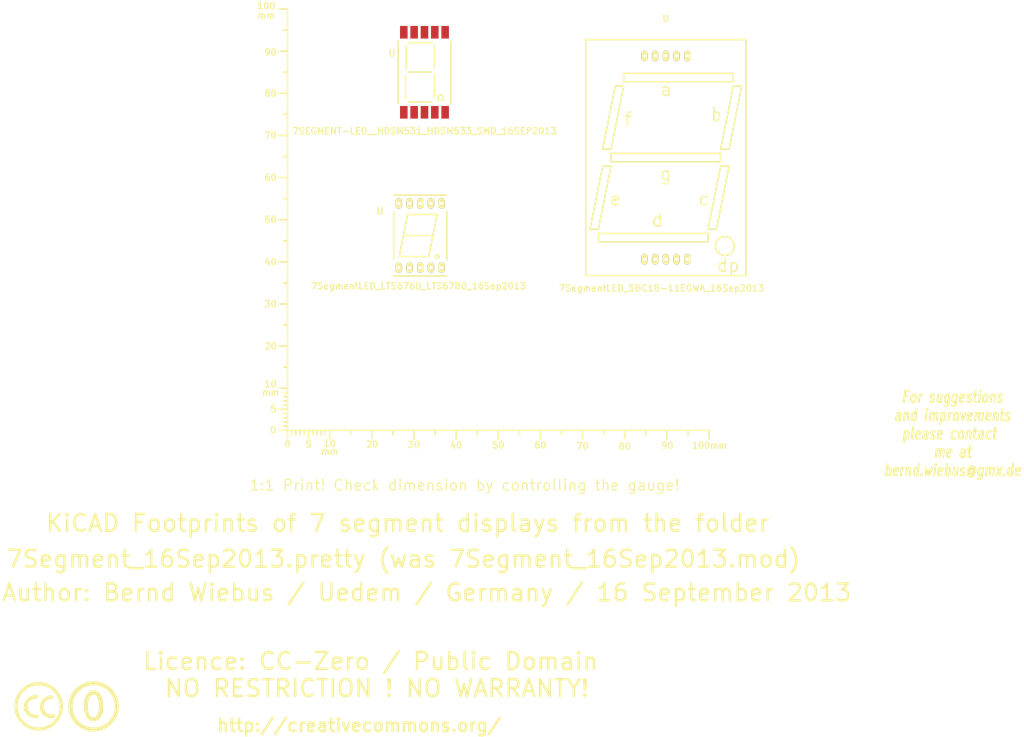
<source format=kicad_pcb>
(kicad_pcb (version 3) (host pcbnew "(2014-02-28 BZR 4727)-product")

  (general
    (links 0)
    (no_connects 0)
    (area -1.617818 22.555699 260.35494 197.9742)
    (thickness 1.6002)
    (drawings 7)
    (tracks 0)
    (zones 0)
    (modules 6)
    (nets 1)
  )

  (page A4)
  (layers
    (15 Vorderseite signal)
    (0 Rückseite signal)
    (16 B.Adhes user)
    (17 F.Adhes user)
    (18 B.Paste user)
    (19 F.Paste user)
    (20 B.SilkS user)
    (21 F.SilkS user)
    (22 B.Mask user)
    (23 F.Mask user)
    (24 Dwgs.User user)
    (25 Cmts.User user)
    (26 Eco1.User user)
    (27 Eco2.User user)
    (28 Edge.Cuts user)
  )

  (setup
    (last_trace_width 0.2032)
    (trace_clearance 0.254)
    (zone_clearance 0.508)
    (zone_45_only no)
    (trace_min 0.2032)
    (segment_width 0.381)
    (edge_width 0.381)
    (via_size 0.889)
    (via_drill 0.635)
    (via_min_size 0.889)
    (via_min_drill 0.508)
    (uvia_size 0.508)
    (uvia_drill 0.127)
    (uvias_allowed no)
    (uvia_min_size 0.508)
    (uvia_min_drill 0.127)
    (pcb_text_width 0.3048)
    (pcb_text_size 1.524 2.032)
    (mod_edge_width 0.381)
    (mod_text_size 1.524 1.524)
    (mod_text_width 0.3048)
    (pad_size 1.8 3)
    (pad_drill 0)
    (pad_to_mask_clearance 0.254)
    (aux_axis_origin 0 0)
    (visible_elements 7FFFFFFF)
    (pcbplotparams
      (layerselection 3178497)
      (usegerberextensions false)
      (excludeedgelayer true)
      (linewidth 0.150000)
      (plotframeref false)
      (viasonmask false)
      (mode 1)
      (useauxorigin false)
      (hpglpennumber 1)
      (hpglpenspeed 20)
      (hpglpendiameter 15)
      (hpglpenoverlay 0)
      (psnegative false)
      (psa4output false)
      (plotreference true)
      (plotvalue true)
      (plotothertext true)
      (plotinvisibletext false)
      (padsonsilk false)
      (subtractmaskfromsilk false)
      (outputformat 2)
      (mirror false)
      (drillshape 0)
      (scaleselection 1)
      (outputdirectory ""))
  )

  (net 0 "")

  (net_class Default "Dies ist die voreingestellte Netzklasse."
    (clearance 0.254)
    (trace_width 0.2032)
    (via_dia 0.889)
    (via_drill 0.635)
    (uvia_dia 0.508)
    (uvia_drill 0.127)
    (add_net "")
  )

  (module Gauge_100mm_Type2_SilkScreenTop_RevA_Date22Jun2010 (layer Vorderseite) (tedit 5339A856) (tstamp 4D88F07A)
    (at 86 123)
    (descr "Gauge, Massstab, 100mm, SilkScreenTop, Type 2,")
    (tags "Gauge, Massstab, 100mm, SilkScreenTop, Type 2,")
    (path Gauge_100mm_Type2_SilkScreenTop_RevA_Date22Jun2010)
    (fp_text reference MSC (at 4.0005 8.99922) (layer F.SilkS) hide
      (effects (font (thickness 0.3048)))
    )
    (fp_text value Gauge_100mm_Type2_SilkScreenTop_RevA_Date22Jun2010 (at 45.9994 8.99922) (layer F.SilkS) hide
      (effects (font (thickness 0.3048)))
    )
    (fp_text user mm (at 9.99998 5.00126) (layer F.SilkS)
      (effects (font (thickness 0.3048)))
    )
    (fp_text user mm (at -4.0005 -8.99922) (layer F.SilkS)
      (effects (font (thickness 0.3048)))
    )
    (fp_text user mm (at -5.00126 -98.5012) (layer F.SilkS)
      (effects (font (thickness 0.3048)))
    )
    (fp_text user 10 (at 10.00506 3.0988) (layer F.SilkS)
      (effects (font (size 1.50114 1.50114) (thickness 0.29972)))
    )
    (fp_text user 0 (at 0.00508 3.19786) (layer F.SilkS)
      (effects (font (size 1.39954 1.50114) (thickness 0.29972)))
    )
    (fp_text user 5 (at 5.0038 3.29946) (layer F.SilkS)
      (effects (font (size 1.50114 1.50114) (thickness 0.29972)))
    )
    (fp_text user 20 (at 20.1041 3.29946) (layer F.SilkS)
      (effects (font (size 1.50114 1.50114) (thickness 0.29972)))
    )
    (fp_text user 30 (at 30.00502 3.39852) (layer F.SilkS)
      (effects (font (size 1.50114 1.50114) (thickness 0.29972)))
    )
    (fp_text user 40 (at 40.005 3.50012) (layer F.SilkS)
      (effects (font (size 1.50114 1.50114) (thickness 0.29972)))
    )
    (fp_text user 50 (at 50.00498 3.50012) (layer F.SilkS)
      (effects (font (size 1.50114 1.50114) (thickness 0.29972)))
    )
    (fp_text user 60 (at 60.00496 3.50012) (layer F.SilkS)
      (effects (font (size 1.50114 1.50114) (thickness 0.29972)))
    )
    (fp_text user 70 (at 70.00494 3.70078) (layer F.SilkS)
      (effects (font (size 1.50114 1.50114) (thickness 0.29972)))
    )
    (fp_text user 80 (at 80.00492 3.79984) (layer F.SilkS)
      (effects (font (size 1.50114 1.50114) (thickness 0.29972)))
    )
    (fp_text user 90 (at 90.1065 3.60172) (layer F.SilkS)
      (effects (font (size 1.50114 1.50114) (thickness 0.29972)))
    )
    (fp_text user 100mm (at 100.10648 3.60172) (layer F.SilkS)
      (effects (font (size 1.50114 1.50114) (thickness 0.29972)))
    )
    (fp_line (start 0 -8.99922) (end -1.00076 -8.99922) (layer F.SilkS) (width 0.381))
    (fp_line (start 0 -8.001) (end -1.00076 -8.001) (layer F.SilkS) (width 0.381))
    (fp_line (start 0 -7.00024) (end -1.00076 -7.00024) (layer F.SilkS) (width 0.381))
    (fp_line (start 0 -5.99948) (end -1.00076 -5.99948) (layer F.SilkS) (width 0.381))
    (fp_line (start 0 -4.0005) (end -1.00076 -4.0005) (layer F.SilkS) (width 0.381))
    (fp_line (start 0 -2.99974) (end -1.00076 -2.99974) (layer F.SilkS) (width 0.381))
    (fp_line (start 0 -1.99898) (end -1.00076 -1.99898) (layer F.SilkS) (width 0.381))
    (fp_line (start 0 -1.00076) (end -1.00076 -1.00076) (layer F.SilkS) (width 0.381))
    (fp_line (start 0 0) (end -1.99898 0) (layer F.SilkS) (width 0.381))
    (fp_line (start 0 -5.00126) (end -1.99898 -5.00126) (layer F.SilkS) (width 0.381))
    (fp_line (start 0 -9.99998) (end -1.99898 -9.99998) (layer F.SilkS) (width 0.381))
    (fp_line (start 0 -15.00124) (end -1.00076 -15.00124) (layer F.SilkS) (width 0.381))
    (fp_line (start 0 -19.99996) (end -1.99898 -19.99996) (layer F.SilkS) (width 0.381))
    (fp_line (start 0 -25.00122) (end -1.00076 -25.00122) (layer F.SilkS) (width 0.381))
    (fp_line (start 0 -29.99994) (end -1.99898 -29.99994) (layer F.SilkS) (width 0.381))
    (fp_line (start 0 -35.0012) (end -1.00076 -35.0012) (layer F.SilkS) (width 0.381))
    (fp_line (start 0 -39.99992) (end -1.99898 -39.99992) (layer F.SilkS) (width 0.381))
    (fp_line (start 0 -45.00118) (end -1.00076 -45.00118) (layer F.SilkS) (width 0.381))
    (fp_line (start 0 -49.9999) (end -1.99898 -49.9999) (layer F.SilkS) (width 0.381))
    (fp_line (start 0 -55.00116) (end -1.00076 -55.00116) (layer F.SilkS) (width 0.381))
    (fp_line (start 0 -59.99988) (end -1.99898 -59.99988) (layer F.SilkS) (width 0.381))
    (fp_line (start 0 -65.00114) (end -1.00076 -65.00114) (layer F.SilkS) (width 0.381))
    (fp_line (start 0 -69.99986) (end -1.99898 -69.99986) (layer F.SilkS) (width 0.381))
    (fp_line (start 0 -75.00112) (end -1.00076 -75.00112) (layer F.SilkS) (width 0.381))
    (fp_line (start 0 -79.99984) (end -1.99898 -79.99984) (layer F.SilkS) (width 0.381))
    (fp_line (start 0 -85.0011) (end -1.00076 -85.0011) (layer F.SilkS) (width 0.381))
    (fp_line (start 0 -89.99982) (end -1.99898 -89.99982) (layer F.SilkS) (width 0.381))
    (fp_line (start 0 -95.00108) (end -1.00076 -95.00108) (layer F.SilkS) (width 0.381))
    (fp_line (start 0 0) (end 0 -99.9998) (layer F.SilkS) (width 0.381))
    (fp_line (start 0 -99.9998) (end -1.99898 -99.9998) (layer F.SilkS) (width 0.381))
    (fp_text user 100 (at -4.99872 -100.7491) (layer F.SilkS)
      (effects (font (size 1.50114 1.50114) (thickness 0.29972)))
    )
    (fp_text user 90 (at -4.0005 -89.7509) (layer F.SilkS)
      (effects (font (size 1.50114 1.50114) (thickness 0.29972)))
    )
    (fp_text user 80 (at -4.0005 -79.99984) (layer F.SilkS)
      (effects (font (size 1.50114 1.50114) (thickness 0.29972)))
    )
    (fp_text user 70 (at -4.0005 -69.99986) (layer F.SilkS)
      (effects (font (size 1.50114 1.50114) (thickness 0.29972)))
    )
    (fp_text user 60 (at -4.0005 -59.99988) (layer F.SilkS)
      (effects (font (size 1.50114 1.50114) (thickness 0.29972)))
    )
    (fp_text user 50 (at -4.0005 -49.9999) (layer F.SilkS)
      (effects (font (size 1.50114 1.50114) (thickness 0.34036)))
    )
    (fp_text user 40 (at -4.0005 -39.99992) (layer F.SilkS)
      (effects (font (size 1.50114 1.50114) (thickness 0.29972)))
    )
    (fp_text user 30 (at -4.0005 -29.99994) (layer F.SilkS)
      (effects (font (size 1.50114 1.50114) (thickness 0.29972)))
    )
    (fp_text user 20 (at -4.0005 -19.99996) (layer F.SilkS)
      (effects (font (size 1.50114 1.50114) (thickness 0.29972)))
    )
    (fp_line (start 95.00108 0) (end 95.00108 1.00076) (layer F.SilkS) (width 0.381))
    (fp_line (start 89.99982 0) (end 89.99982 1.99898) (layer F.SilkS) (width 0.381))
    (fp_line (start 85.0011 0) (end 85.0011 1.00076) (layer F.SilkS) (width 0.381))
    (fp_line (start 79.99984 0) (end 79.99984 1.99898) (layer F.SilkS) (width 0.381))
    (fp_line (start 75.00112 0) (end 75.00112 1.00076) (layer F.SilkS) (width 0.381))
    (fp_line (start 69.99986 0) (end 69.99986 1.99898) (layer F.SilkS) (width 0.381))
    (fp_line (start 65.00114 0) (end 65.00114 1.00076) (layer F.SilkS) (width 0.381))
    (fp_line (start 59.99988 0) (end 59.99988 1.99898) (layer F.SilkS) (width 0.381))
    (fp_line (start 55.00116 0) (end 55.00116 1.00076) (layer F.SilkS) (width 0.381))
    (fp_line (start 49.9999 0) (end 49.9999 1.99898) (layer F.SilkS) (width 0.381))
    (fp_line (start 45.00118 0) (end 45.00118 1.00076) (layer F.SilkS) (width 0.381))
    (fp_line (start 39.99992 0) (end 39.99992 1.99898) (layer F.SilkS) (width 0.381))
    (fp_line (start 35.0012 0) (end 35.0012 1.00076) (layer F.SilkS) (width 0.381))
    (fp_line (start 29.99994 0) (end 29.99994 1.99898) (layer F.SilkS) (width 0.381))
    (fp_line (start 25.00122 0) (end 25.00122 1.00076) (layer F.SilkS) (width 0.381))
    (fp_line (start 19.99996 0) (end 19.99996 1.99898) (layer F.SilkS) (width 0.381))
    (fp_line (start 15.00124 0) (end 15.00124 1.00076) (layer F.SilkS) (width 0.381))
    (fp_line (start 9.99998 0) (end 99.9998 0) (layer F.SilkS) (width 0.381))
    (fp_line (start 99.9998 0) (end 99.9998 1.99898) (layer F.SilkS) (width 0.381))
    (fp_text user 5 (at -3.302 -5.10286) (layer F.SilkS)
      (effects (font (size 1.50114 1.50114) (thickness 0.29972)))
    )
    (fp_text user 0 (at -3.4036 -0.10414) (layer F.SilkS)
      (effects (font (size 1.50114 1.50114) (thickness 0.29972)))
    )
    (fp_text user 10 (at -4.0005 -11.00074) (layer F.SilkS)
      (effects (font (size 1.50114 1.50114) (thickness 0.29972)))
    )
    (fp_line (start 8.99922 0) (end 8.99922 1.00076) (layer F.SilkS) (width 0.381))
    (fp_line (start 8.001 0) (end 8.001 1.00076) (layer F.SilkS) (width 0.381))
    (fp_line (start 7.00024 0) (end 7.00024 1.00076) (layer F.SilkS) (width 0.381))
    (fp_line (start 5.99948 0) (end 5.99948 1.00076) (layer F.SilkS) (width 0.381))
    (fp_line (start 4.0005 0) (end 4.0005 1.00076) (layer F.SilkS) (width 0.381))
    (fp_line (start 2.99974 0) (end 2.99974 1.00076) (layer F.SilkS) (width 0.381))
    (fp_line (start 1.99898 0) (end 1.99898 1.00076) (layer F.SilkS) (width 0.381))
    (fp_line (start 1.00076 0) (end 1.00076 1.00076) (layer F.SilkS) (width 0.381))
    (fp_line (start 5.00126 0) (end 5.00126 1.99898) (layer F.SilkS) (width 0.381))
    (fp_line (start 0 0) (end 0 1.99898) (layer F.SilkS) (width 0.381))
    (fp_line (start 0 0) (end 9.99998 0) (layer F.SilkS) (width 0.381))
    (fp_line (start 9.99998 0) (end 9.99998 1.99898) (layer F.SilkS) (width 0.381))
  )

  (module Symbol_CC-PublicDomain_SilkScreenTop_Big (layer Vorderseite) (tedit 515D641F) (tstamp 515F0B64)
    (at 40 188.5)
    (descr "Symbol, CC-PublicDomain, SilkScreen Top, Big,")
    (tags "Symbol, CC-PublicDomain, SilkScreen Top, Big,")
    (path Symbol_CC-Noncommercial_CopperTop_Big)
    (fp_text reference Sym (at 0.59944 -7.29996) (layer F.SilkS) hide
      (effects (font (thickness 0.3048)))
    )
    (fp_text value Symbol_CC-PublicDomain_SilkScreenTop_Big (at 0.59944 8.001) (layer F.SilkS) hide
      (effects (font (thickness 0.3048)))
    )
    (fp_circle (center 0 0) (end 5.8 -0.05) (layer F.SilkS) (width 0.381))
    (fp_circle (center 0 0) (end 5.5 0) (layer F.SilkS) (width 0.381))
    (fp_circle (center 0.05 0) (end 5.25 0) (layer F.SilkS) (width 0.381))
    (fp_line (start 1.1 -2.5) (end 1.4 -1.9) (layer F.SilkS) (width 0.381))
    (fp_line (start -1.8 1.2) (end -1.6 1.9) (layer F.SilkS) (width 0.381))
    (fp_line (start -1.6 1.9) (end -1.2 2.5) (layer F.SilkS) (width 0.381))
    (fp_line (start 0 -3) (end 0.75 -2.75) (layer F.SilkS) (width 0.381))
    (fp_line (start 0.75 -2.75) (end 1 -2.25) (layer F.SilkS) (width 0.381))
    (fp_line (start 1 -2.25) (end 1.5 -1) (layer F.SilkS) (width 0.381))
    (fp_line (start 1.5 -1) (end 1.5 -0.5) (layer F.SilkS) (width 0.381))
    (fp_line (start 1.5 -0.5) (end 1.5 0.5) (layer F.SilkS) (width 0.381))
    (fp_line (start 1.5 0.5) (end 1.25 1.5) (layer F.SilkS) (width 0.381))
    (fp_line (start 1.25 1.5) (end 0.75 2.5) (layer F.SilkS) (width 0.381))
    (fp_line (start 0.75 2.5) (end 0.25 2.75) (layer F.SilkS) (width 0.381))
    (fp_line (start 0.25 2.75) (end -0.25 2.75) (layer F.SilkS) (width 0.381))
    (fp_line (start -0.25 2.75) (end -0.75 2.5) (layer F.SilkS) (width 0.381))
    (fp_line (start -0.75 2.5) (end -1.25 1.75) (layer F.SilkS) (width 0.381))
    (fp_line (start -1.25 1.75) (end -1.5 0.75) (layer F.SilkS) (width 0.381))
    (fp_line (start -1.5 0.75) (end -1.5 -0.75) (layer F.SilkS) (width 0.381))
    (fp_line (start -1.5 -0.75) (end -1.25 -1.75) (layer F.SilkS) (width 0.381))
    (fp_line (start -1.25 -1.75) (end -1 -2.5) (layer F.SilkS) (width 0.381))
    (fp_line (start -1 -2.5) (end -0.3 -2.9) (layer F.SilkS) (width 0.381))
    (fp_line (start -0.3 -2.9) (end 0.2 -3) (layer F.SilkS) (width 0.381))
    (fp_line (start 0.2 -3) (end 0.8 -3) (layer F.SilkS) (width 0.381))
    (fp_line (start 0.8 -3) (end 1.4 -2.3) (layer F.SilkS) (width 0.381))
    (fp_line (start 1.4 -2.3) (end 1.6 -1.4) (layer F.SilkS) (width 0.381))
    (fp_line (start 1.6 -1.4) (end 1.7 -0.3) (layer F.SilkS) (width 0.381))
    (fp_line (start 1.7 -0.3) (end 1.7 0.9) (layer F.SilkS) (width 0.381))
    (fp_line (start 1.7 0.9) (end 1.4 1.8) (layer F.SilkS) (width 0.381))
    (fp_line (start 1.4 1.8) (end 1 2.7) (layer F.SilkS) (width 0.381))
    (fp_line (start 1 2.7) (end 0.5 3) (layer F.SilkS) (width 0.381))
    (fp_line (start 0.5 3) (end -0.4 3) (layer F.SilkS) (width 0.381))
    (fp_line (start -0.4 3) (end -1.3 2.3) (layer F.SilkS) (width 0.381))
    (fp_line (start -1.3 2.3) (end -1.7 1) (layer F.SilkS) (width 0.381))
    (fp_line (start -1.7 1) (end -1.8 -0.7) (layer F.SilkS) (width 0.381))
    (fp_line (start -1.8 -0.7) (end -1.4 -2.2) (layer F.SilkS) (width 0.381))
    (fp_line (start -1.4 -2.2) (end -1 -2.9) (layer F.SilkS) (width 0.381))
    (fp_line (start -1 -2.9) (end -0.2 -3.3) (layer F.SilkS) (width 0.381))
    (fp_line (start -0.2 -3.3) (end 0.7 -3.2) (layer F.SilkS) (width 0.381))
    (fp_line (start 0.7 -3.2) (end 1.3 -3.1) (layer F.SilkS) (width 0.381))
    (fp_line (start 1.3 -3.1) (end 1.7 -2.4) (layer F.SilkS) (width 0.381))
    (fp_line (start 1.7 -2.4) (end 2 -1.6) (layer F.SilkS) (width 0.381))
    (fp_line (start 2 -1.6) (end 2.1 -0.6) (layer F.SilkS) (width 0.381))
    (fp_line (start 2.1 -0.6) (end 2.1 0.3) (layer F.SilkS) (width 0.381))
    (fp_line (start 2.1 0.3) (end 2.1 1.3) (layer F.SilkS) (width 0.381))
    (fp_line (start 2.1 1.3) (end 1.9 1.8) (layer F.SilkS) (width 0.381))
    (fp_line (start 1.9 1.8) (end 1.5 2.6) (layer F.SilkS) (width 0.381))
    (fp_line (start 1.5 2.6) (end 1.1 3) (layer F.SilkS) (width 0.381))
    (fp_line (start 1.1 3) (end 0.4 3.3) (layer F.SilkS) (width 0.381))
    (fp_line (start 0.4 3.3) (end -0.1 3.4) (layer F.SilkS) (width 0.381))
    (fp_line (start -0.1 3.4) (end -0.8 3.2) (layer F.SilkS) (width 0.381))
    (fp_line (start -0.8 3.2) (end -1.5 2.6) (layer F.SilkS) (width 0.381))
    (fp_line (start -1.5 2.6) (end -1.9 1.7) (layer F.SilkS) (width 0.381))
    (fp_line (start -1.9 1.7) (end -2.1 0.4) (layer F.SilkS) (width 0.381))
    (fp_line (start -2.1 0.4) (end -2.1 -0.6) (layer F.SilkS) (width 0.381))
    (fp_line (start -2.1 -0.6) (end -2 -1.6) (layer F.SilkS) (width 0.381))
    (fp_line (start -2 -1.6) (end -1.7 -2.4) (layer F.SilkS) (width 0.381))
    (fp_line (start -1.7 -2.4) (end -1.2 -3.1) (layer F.SilkS) (width 0.381))
    (fp_line (start -1.2 -3.1) (end -0.4 -3.6) (layer F.SilkS) (width 0.381))
    (fp_line (start -0.4 -3.6) (end 0.4 -3.6) (layer F.SilkS) (width 0.381))
    (fp_line (start 0.4 -3.6) (end 1.1 -3.2) (layer F.SilkS) (width 0.381))
    (fp_line (start 1.1 -3.2) (end 1.1 -2.9) (layer F.SilkS) (width 0.381))
    (fp_line (start 1.1 -2.9) (end 1.8 -1.5) (layer F.SilkS) (width 0.381))
    (fp_line (start 1.8 -1.5) (end 1.8 -0.4) (layer F.SilkS) (width 0.381))
    (fp_line (start 1.8 -0.4) (end 1.8 1.1) (layer F.SilkS) (width 0.381))
    (fp_line (start 1.8 1.1) (end 1.2 2.6) (layer F.SilkS) (width 0.381))
    (fp_line (start 1.2 2.6) (end 0.2 3.2) (layer F.SilkS) (width 0.381))
    (fp_line (start 0.2 3.2) (end -0.5 3.2) (layer F.SilkS) (width 0.381))
    (fp_line (start -0.5 3.2) (end -1.1 2.7) (layer F.SilkS) (width 0.381))
    (fp_line (start -1.1 2.7) (end -1.9 0.6) (layer F.SilkS) (width 0.381))
    (fp_line (start -1.9 0.6) (end -1.7 -1.9) (layer F.SilkS) (width 0.381))
  )

  (module Symbol_CreativeCommons_SilkScreenTop_Type2_Big (layer Vorderseite) (tedit 515D640C) (tstamp 515D6AF0)
    (at 27 188.5)
    (descr "Symbol, Creative Commons, SilkScreen Top, Type 2, Big,")
    (tags "Symbol, Creative Commons, SilkScreen Top, Type 2, Big,")
    (path Symbol_CreativeCommons_CopperTop_Type2_Big)
    (fp_text reference Sym (at 0.59944 -7.29996) (layer F.SilkS) hide
      (effects (font (thickness 0.3048)))
    )
    (fp_text value Symbol_CreativeCommons_Typ2_SilkScreenTop_Big (at 0.59944 8.001) (layer F.SilkS) hide
      (effects (font (thickness 0.3048)))
    )
    (fp_line (start -0.70104 2.70002) (end -0.29972 2.60096) (layer F.SilkS) (width 0.381))
    (fp_line (start -0.29972 2.60096) (end -0.20066 2.10058) (layer F.SilkS) (width 0.381))
    (fp_line (start -2.49936 -1.69926) (end -2.70002 -1.6002) (layer F.SilkS) (width 0.381))
    (fp_line (start -2.70002 -1.6002) (end -3.0988 -1.00076) (layer F.SilkS) (width 0.381))
    (fp_line (start -3.0988 -1.00076) (end -3.29946 -0.50038) (layer F.SilkS) (width 0.381))
    (fp_line (start -3.29946 -0.50038) (end -3.40106 0.39878) (layer F.SilkS) (width 0.381))
    (fp_line (start -3.40106 0.39878) (end -3.29946 0.89916) (layer F.SilkS) (width 0.381))
    (fp_line (start -0.19812 2.4003) (end -0.29718 2.59842) (layer F.SilkS) (width 0.381))
    (fp_line (start 3.70078 2.10058) (end 3.79984 2.4003) (layer F.SilkS) (width 0.381))
    (fp_line (start 2.99974 -2.4003) (end 3.29946 -2.30124) (layer F.SilkS) (width 0.381))
    (fp_line (start 3.29946 -2.30124) (end 3.0988 -1.99898) (layer F.SilkS) (width 0.381))
    (fp_line (start 0 -5.40004) (end -0.50038 -5.40004) (layer F.SilkS) (width 0.381))
    (fp_line (start -0.50038 -5.40004) (end -1.30048 -5.10032) (layer F.SilkS) (width 0.381))
    (fp_line (start -1.30048 -5.10032) (end -1.99898 -4.89966) (layer F.SilkS) (width 0.381))
    (fp_line (start -1.99898 -4.89966) (end -2.70002 -4.699) (layer F.SilkS) (width 0.381))
    (fp_line (start -2.70002 -4.699) (end -3.29946 -4.20116) (layer F.SilkS) (width 0.381))
    (fp_line (start -3.29946 -4.20116) (end -4.0005 -3.59918) (layer F.SilkS) (width 0.381))
    (fp_line (start -4.0005 -3.59918) (end -4.50088 -2.99974) (layer F.SilkS) (width 0.381))
    (fp_line (start -4.50088 -2.99974) (end -5.00126 -2.10058) (layer F.SilkS) (width 0.381))
    (fp_line (start -5.00126 -2.10058) (end -5.30098 -1.09982) (layer F.SilkS) (width 0.381))
    (fp_line (start -5.30098 -1.09982) (end -5.40004 0.09906) (layer F.SilkS) (width 0.381))
    (fp_line (start -5.40004 0.09906) (end -5.19938 1.30048) (layer F.SilkS) (width 0.381))
    (fp_line (start -5.19938 1.30048) (end -4.8006 2.4003) (layer F.SilkS) (width 0.381))
    (fp_line (start -4.8006 2.4003) (end -3.79984 3.8989) (layer F.SilkS) (width 0.381))
    (fp_line (start -3.79984 3.8989) (end -2.60096 4.8006) (layer F.SilkS) (width 0.381))
    (fp_line (start -2.60096 4.8006) (end -1.30048 5.30098) (layer F.SilkS) (width 0.381))
    (fp_line (start -1.30048 5.30098) (end 0.09906 5.30098) (layer F.SilkS) (width 0.381))
    (fp_line (start 0.09906 5.30098) (end 1.6002 5.19938) (layer F.SilkS) (width 0.381))
    (fp_line (start 1.6002 5.19938) (end 2.60096 4.699) (layer F.SilkS) (width 0.381))
    (fp_line (start 2.60096 4.699) (end 4.20116 3.40106) (layer F.SilkS) (width 0.381))
    (fp_line (start 4.20116 3.40106) (end 5.00126 1.80086) (layer F.SilkS) (width 0.381))
    (fp_line (start 5.00126 1.80086) (end 5.40004 0.29972) (layer F.SilkS) (width 0.381))
    (fp_line (start 5.40004 0.29972) (end 5.19938 -1.39954) (layer F.SilkS) (width 0.381))
    (fp_line (start 5.19938 -1.39954) (end 4.699 -2.49936) (layer F.SilkS) (width 0.381))
    (fp_line (start 4.699 -2.49936) (end 3.40106 -4.09956) (layer F.SilkS) (width 0.381))
    (fp_line (start 3.40106 -4.09956) (end 2.4003 -4.8006) (layer F.SilkS) (width 0.381))
    (fp_line (start 2.4003 -4.8006) (end 1.39954 -5.19938) (layer F.SilkS) (width 0.381))
    (fp_line (start 1.39954 -5.19938) (end 0 -5.30098) (layer F.SilkS) (width 0.381))
    (fp_line (start 0.60198 -0.70104) (end 0.50292 -0.20066) (layer F.SilkS) (width 0.381))
    (fp_line (start 0.50292 -0.20066) (end 0.50292 0.49784) (layer F.SilkS) (width 0.381))
    (fp_line (start 0.50292 0.49784) (end 0.60198 1.09982) (layer F.SilkS) (width 0.381))
    (fp_line (start 0.60198 1.09982) (end 1.00076 1.69926) (layer F.SilkS) (width 0.381))
    (fp_line (start 1.00076 1.69926) (end 1.50114 2.19964) (layer F.SilkS) (width 0.381))
    (fp_line (start 1.50114 2.19964) (end 2.10058 2.49936) (layer F.SilkS) (width 0.381))
    (fp_line (start 2.10058 2.49936) (end 2.60096 2.59842) (layer F.SilkS) (width 0.381))
    (fp_line (start 2.60096 2.59842) (end 3.00228 2.59842) (layer F.SilkS) (width 0.381))
    (fp_line (start 3.00228 2.59842) (end 3.40106 2.59842) (layer F.SilkS) (width 0.381))
    (fp_line (start 3.40106 2.59842) (end 3.80238 2.49936) (layer F.SilkS) (width 0.381))
    (fp_line (start 3.80238 2.49936) (end 3.70078 2.2987) (layer F.SilkS) (width 0.381))
    (fp_line (start 3.70078 2.2987) (end 2.80162 2.4003) (layer F.SilkS) (width 0.381))
    (fp_line (start 2.80162 2.4003) (end 1.80086 2.09804) (layer F.SilkS) (width 0.381))
    (fp_line (start 1.80086 2.09804) (end 1.20142 1.6002) (layer F.SilkS) (width 0.381))
    (fp_line (start 1.20142 1.6002) (end 0.80264 0.6985) (layer F.SilkS) (width 0.381))
    (fp_line (start 0.80264 0.6985) (end 0.70104 -0.29972) (layer F.SilkS) (width 0.381))
    (fp_line (start 0.70104 -0.29972) (end 1.00076 -1.00076) (layer F.SilkS) (width 0.381))
    (fp_line (start 1.00076 -1.00076) (end 1.60274 -1.7018) (layer F.SilkS) (width 0.381))
    (fp_line (start 1.60274 -1.7018) (end 2.30124 -2.10058) (layer F.SilkS) (width 0.381))
    (fp_line (start 2.30124 -2.10058) (end 3.00228 -2.10058) (layer F.SilkS) (width 0.381))
    (fp_line (start 3.00228 -2.10058) (end 3.10134 -1.89992) (layer F.SilkS) (width 0.381))
    (fp_line (start 3.10134 -1.89992) (end 2.5019 -1.89992) (layer F.SilkS) (width 0.381))
    (fp_line (start 2.5019 -1.89992) (end 1.80086 -1.6002) (layer F.SilkS) (width 0.381))
    (fp_line (start 1.80086 -1.6002) (end 1.30048 -1.00076) (layer F.SilkS) (width 0.381))
    (fp_line (start 1.30048 -1.00076) (end 1.00076 -0.40132) (layer F.SilkS) (width 0.381))
    (fp_line (start 1.00076 -0.40132) (end 1.00076 0.09906) (layer F.SilkS) (width 0.381))
    (fp_line (start 1.00076 0.09906) (end 1.00076 0.6985) (layer F.SilkS) (width 0.381))
    (fp_line (start 1.00076 0.6985) (end 1.30048 1.19888) (layer F.SilkS) (width 0.381))
    (fp_line (start 1.30048 1.19888) (end 1.7018 1.69926) (layer F.SilkS) (width 0.381))
    (fp_line (start 1.7018 1.69926) (end 2.30124 1.99898) (layer F.SilkS) (width 0.381))
    (fp_line (start 2.30124 1.99898) (end 2.90068 2.09804) (layer F.SilkS) (width 0.381))
    (fp_line (start 2.90068 2.09804) (end 3.40106 2.09804) (layer F.SilkS) (width 0.381))
    (fp_line (start 3.40106 2.09804) (end 3.70078 1.99898) (layer F.SilkS) (width 0.381))
    (fp_line (start 3.00228 -2.4003) (end 2.40284 -2.4003) (layer F.SilkS) (width 0.381))
    (fp_line (start 2.40284 -2.4003) (end 2.00152 -2.20218) (layer F.SilkS) (width 0.381))
    (fp_line (start 2.00152 -2.20218) (end 1.50114 -2.00152) (layer F.SilkS) (width 0.381))
    (fp_line (start 1.50114 -2.00152) (end 1.10236 -1.6002) (layer F.SilkS) (width 0.381))
    (fp_line (start 1.10236 -1.6002) (end 0.80264 -1.09982) (layer F.SilkS) (width 0.381))
    (fp_line (start 0.80264 -1.09982) (end 0.60198 -0.70104) (layer F.SilkS) (width 0.381))
    (fp_line (start -0.39878 -1.99898) (end -0.89916 -1.99898) (layer F.SilkS) (width 0.381))
    (fp_line (start -0.89916 -1.99898) (end -1.39954 -1.89738) (layer F.SilkS) (width 0.381))
    (fp_line (start -1.39954 -1.89738) (end -1.89992 -1.59766) (layer F.SilkS) (width 0.381))
    (fp_line (start -1.89992 -1.59766) (end -2.4003 -1.19888) (layer F.SilkS) (width 0.381))
    (fp_line (start -2.4003 -1.30048) (end -2.70002 -0.8001) (layer F.SilkS) (width 0.381))
    (fp_line (start -2.70002 -0.8001) (end -2.79908 -0.29972) (layer F.SilkS) (width 0.381))
    (fp_line (start -2.79908 -0.29972) (end -2.79908 0.20066) (layer F.SilkS) (width 0.381))
    (fp_line (start -2.79908 0.20066) (end -2.59842 1.00076) (layer F.SilkS) (width 0.381))
    (fp_line (start -2.69748 1.00076) (end -2.39776 1.39954) (layer F.SilkS) (width 0.381))
    (fp_line (start -2.29616 1.4986) (end -1.79578 1.89992) (layer F.SilkS) (width 0.381))
    (fp_line (start -1.79578 1.89992) (end -1.29794 2.09804) (layer F.SilkS) (width 0.381))
    (fp_line (start -1.29794 2.09804) (end -0.89662 2.19964) (layer F.SilkS) (width 0.381))
    (fp_line (start -0.89662 2.19964) (end -0.49784 2.19964) (layer F.SilkS) (width 0.381))
    (fp_line (start -0.49784 2.19964) (end -0.19812 2.09804) (layer F.SilkS) (width 0.381))
    (fp_line (start -0.19812 2.09804) (end -0.29718 2.4003) (layer F.SilkS) (width 0.381))
    (fp_line (start -0.29718 2.4003) (end -0.89662 2.49936) (layer F.SilkS) (width 0.381))
    (fp_line (start -0.89662 2.49936) (end -1.59766 2.2987) (layer F.SilkS) (width 0.381))
    (fp_line (start -1.59766 2.2987) (end -2.29616 1.79832) (layer F.SilkS) (width 0.381))
    (fp_line (start -2.29616 1.79832) (end -2.79654 1.29794) (layer F.SilkS) (width 0.381))
    (fp_line (start -2.79908 1.39954) (end -2.99974 0.70104) (layer F.SilkS) (width 0.381))
    (fp_line (start -2.99974 0.70104) (end -3.0988 0) (layer F.SilkS) (width 0.381))
    (fp_line (start -3.0988 0) (end -2.99974 -0.59944) (layer F.SilkS) (width 0.381))
    (fp_line (start -2.99974 -0.8001) (end -2.70002 -1.30048) (layer F.SilkS) (width 0.381))
    (fp_line (start -2.70002 -1.09982) (end -2.19964 -1.6002) (layer F.SilkS) (width 0.381))
    (fp_line (start -2.19964 -1.69926) (end -1.69926 -1.99898) (layer F.SilkS) (width 0.381))
    (fp_line (start -1.69926 -1.99898) (end -1.19888 -2.19964) (layer F.SilkS) (width 0.381))
    (fp_line (start -1.19888 -2.19964) (end -0.6985 -2.19964) (layer F.SilkS) (width 0.381))
    (fp_line (start -0.6985 -2.19964) (end -0.29972 -2.19964) (layer F.SilkS) (width 0.381))
    (fp_line (start -0.29972 -2.19964) (end -0.20066 -2.39776) (layer F.SilkS) (width 0.381))
    (fp_line (start -0.20066 -2.39776) (end -0.59944 -2.49936) (layer F.SilkS) (width 0.381))
    (fp_line (start -0.59944 -2.49936) (end -1.00076 -2.49936) (layer F.SilkS) (width 0.381))
    (fp_line (start -1.00076 -2.49936) (end -1.4986 -2.39776) (layer F.SilkS) (width 0.381))
    (fp_line (start -1.4986 -2.39776) (end -2.10058 -2.09804) (layer F.SilkS) (width 0.381))
    (fp_line (start -2.10058 -2.09804) (end -2.59842 -1.69926) (layer F.SilkS) (width 0.381))
    (fp_line (start -2.59842 -1.6002) (end -3.0988 -0.89916) (layer F.SilkS) (width 0.381))
    (fp_line (start -3.0988 -0.89916) (end -3.29946 -0.29972) (layer F.SilkS) (width 0.381))
    (fp_line (start -3.29946 -0.29972) (end -3.29946 0.40132) (layer F.SilkS) (width 0.381))
    (fp_line (start -3.29946 0.40132) (end -3.2004 1.00076) (layer F.SilkS) (width 0.381))
    (fp_line (start -3.29946 0.8001) (end -2.99974 1.39954) (layer F.SilkS) (width 0.381))
    (fp_line (start -2.89814 1.4986) (end -2.49682 1.99898) (layer F.SilkS) (width 0.381))
    (fp_line (start -2.49682 1.99898) (end -1.89738 2.4003) (layer F.SilkS) (width 0.381))
    (fp_line (start -1.89738 2.4003) (end -1.19634 2.59842) (layer F.SilkS) (width 0.381))
    (fp_line (start -1.19634 2.59842) (end -0.69596 2.70002) (layer F.SilkS) (width 0.381))
    (fp_line (start -2.9972 1.19888) (end -2.59842 1.19888) (layer F.SilkS) (width 0.381))
    (fp_circle (center 0 0) (end 5.08 1.016) (layer F.SilkS) (width 0.381))
    (fp_circle (center 0 0) (end 5.588 0) (layer F.SilkS) (width 0.381))
  )

  (module 7SegmentLED_LTS6760_LTS6780_16Sep2013 (layer Vorderseite) (tedit 523F1F3E) (tstamp 523F20EE)
    (at 117.5 76.75)
    (fp_text reference U (at -9.5 -5.8) (layer F.SilkS)
      (effects (font (thickness 0.3048)))
    )
    (fp_text value 7SegmentLED_LTS6760_LTS6780_16Sep2013 (at -0.4 12) (layer F.SilkS)
      (effects (font (thickness 0.3048)))
    )
    (fp_circle (center 4 5) (end 4.4 5.2) (layer F.SilkS) (width 0.381))
    (fp_line (start -3 -5) (end -4 0) (layer F.SilkS) (width 0.381))
    (fp_line (start -4 0) (end -5 5) (layer F.SilkS) (width 0.381))
    (fp_line (start -5 5) (end 2 5) (layer F.SilkS) (width 0.381))
    (fp_line (start 2 5) (end 3 0) (layer F.SilkS) (width 0.381))
    (fp_line (start 4 -5) (end 3 0) (layer F.SilkS) (width 0.381))
    (fp_line (start 3 0) (end -4 0) (layer F.SilkS) (width 0.381))
    (fp_line (start -3 -5) (end 4 -5) (layer F.SilkS) (width 0.381))
    (fp_line (start 6.3 9.6) (end -6.3 9.6) (layer F.SilkS) (width 0.381))
    (fp_line (start -6.3 -5.7) (end -6.3 5.7) (layer F.SilkS) (width 0.381))
    (fp_line (start 6.3 -5.7) (end 6.3 5.7) (layer F.SilkS) (width 0.381))
    (fp_line (start -6.3 -9.6) (end 6.3 -9.6) (layer F.SilkS) (width 0.381))
    (pad 1 thru_hole oval (at -5.08 7.62) (size 1.524 2.524) (drill 0.8) (layers *.Cu *.Mask F.SilkS))
    (pad 2 thru_hole oval (at -2.54 7.62) (size 1.524 2.524) (drill 0.8) (layers *.Cu *.Mask F.SilkS))
    (pad 3 thru_hole oval (at 0 7.62) (size 1.524 2.524) (drill 0.8) (layers *.Cu *.Mask F.SilkS))
    (pad 4 thru_hole oval (at 2.54 7.62) (size 1.524 2.524) (drill 0.8) (layers *.Cu *.Mask F.SilkS))
    (pad 5 thru_hole oval (at 5.08 7.62) (size 1.524 2.524) (drill 0.8) (layers *.Cu *.Mask F.SilkS))
    (pad 6 thru_hole oval (at 5.08 -7.62) (size 1.524 2.524) (drill 0.8) (layers *.Cu *.Mask F.SilkS))
    (pad 7 thru_hole oval (at 2.54 -7.62) (size 1.524 2.524) (drill 0.8) (layers *.Cu *.Mask F.SilkS))
    (pad 8 thru_hole oval (at 0 -7.62) (size 1.524 2.524) (drill 0.8) (layers *.Cu *.Mask F.SilkS))
    (pad 9 thru_hole oval (at -2.54 -7.62) (size 1.524 2.524) (drill 0.8) (layers *.Cu *.Mask F.SilkS))
    (pad 10 thru_hole oval (at -5.08 -7.62) (size 1.524 2.524) (drill 0.8) (layers *.Cu *.Mask F.SilkS))
    (model 7Segment_HDSM531_HDSM533_Wings3D_RevA_17Sep2013/7Segment_LTS6760_LTS6780_Faktor03937_Wings3D_RevA_22Sep2013.wrl
      (at (xyz 0 0 0))
      (scale (xyz 0.3937 0.3937 0.3937))
      (rotate (xyz 0 0 0))
    )
  )

  (module 7SegmentLED_SBC18-11EGWA_16Sep2013 (layer Vorderseite) (tedit 523F269A) (tstamp 523F2BE5)
    (at 175.75 58.25)
    (fp_text reference U (at 0 -33) (layer F.SilkS)
      (effects (font (thickness 0.3048)))
    )
    (fp_text value 7SegmentLED_SBC18-11EGWA_16Sep2013 (at -1 31) (layer F.SilkS)
      (effects (font (thickness 0.3048)))
    )
    (fp_line (start 15.5 25.3) (end 15.9 25) (layer F.SilkS) (width 0.381))
    (fp_line (start 15.9 25) (end 16.3 25) (layer F.SilkS) (width 0.381))
    (fp_line (start 16.3 25) (end 16.6 25.1) (layer F.SilkS) (width 0.381))
    (fp_line (start 16.6 25.1) (end 16.9 25.5) (layer F.SilkS) (width 0.381))
    (fp_line (start 16.9 25.5) (end 16.9 26.4) (layer F.SilkS) (width 0.381))
    (fp_line (start 16.9 26.4) (end 16.8 26.7) (layer F.SilkS) (width 0.381))
    (fp_line (start 16.8 26.7) (end 16.6 26.9) (layer F.SilkS) (width 0.381))
    (fp_line (start 16.6 26.9) (end 16.1 27) (layer F.SilkS) (width 0.381))
    (fp_line (start 16.1 27) (end 15.6 26.9) (layer F.SilkS) (width 0.381))
    (fp_line (start 15.5 25) (end 15.5 28) (layer F.SilkS) (width 0.381))
    (fp_line (start 14.1 26.8) (end 13.9 26.9) (layer F.SilkS) (width 0.381))
    (fp_line (start 13.9 26.9) (end 13.2 26.9) (layer F.SilkS) (width 0.381))
    (fp_line (start 13.2 26.9) (end 12.9 26.8) (layer F.SilkS) (width 0.381))
    (fp_line (start 12.9 26.8) (end 12.7 26.5) (layer F.SilkS) (width 0.381))
    (fp_line (start 12.7 26.5) (end 12.7 25.6) (layer F.SilkS) (width 0.381))
    (fp_line (start 12.7 25.6) (end 12.8 25.3) (layer F.SilkS) (width 0.381))
    (fp_line (start 12.8 25.3) (end 13.2 25) (layer F.SilkS) (width 0.381))
    (fp_line (start 13.2 25) (end 13.7 25) (layer F.SilkS) (width 0.381))
    (fp_line (start 13.7 25) (end 14.1 25.2) (layer F.SilkS) (width 0.381))
    (fp_line (start 14.1 24) (end 14.1 27.1) (layer F.SilkS) (width 0.381))
    (fp_line (start 0.6 3.4) (end 0.4 3.2) (layer F.SilkS) (width 0.381))
    (fp_line (start 0.4 3.2) (end -0.1 3.2) (layer F.SilkS) (width 0.381))
    (fp_line (start -0.1 3.2) (end -0.4 3.3) (layer F.SilkS) (width 0.381))
    (fp_line (start -0.4 3.3) (end -0.7 3.6) (layer F.SilkS) (width 0.381))
    (fp_line (start -0.7 3.6) (end -0.8 4) (layer F.SilkS) (width 0.381))
    (fp_line (start -0.8 4) (end -0.8 4.7) (layer F.SilkS) (width 0.381))
    (fp_line (start -0.8 4.7) (end -0.5 5) (layer F.SilkS) (width 0.381))
    (fp_line (start -0.5 5) (end -0.2 5.2) (layer F.SilkS) (width 0.381))
    (fp_line (start -0.2 5.2) (end 0.2 5.2) (layer F.SilkS) (width 0.381))
    (fp_line (start 0.2 5.2) (end 0.6 5) (layer F.SilkS) (width 0.381))
    (fp_line (start -0.7 6) (end -0.4 6.2) (layer F.SilkS) (width 0.381))
    (fp_line (start -0.4 6.2) (end 0.1 6.2) (layer F.SilkS) (width 0.381))
    (fp_line (start 0.1 6.2) (end 0.4 6) (layer F.SilkS) (width 0.381))
    (fp_line (start 0.4 6) (end 0.6 5.7) (layer F.SilkS) (width 0.381))
    (fp_line (start 0.6 5.7) (end 0.6 3.2) (layer F.SilkS) (width 0.381))
    (fp_line (start -9.6 -9.8) (end -8.4 -9.8) (layer F.SilkS) (width 0.381))
    (fp_line (start -8.4 -10.8) (end -8.7 -10.8) (layer F.SilkS) (width 0.381))
    (fp_line (start -8.7 -10.8) (end -8.9 -10.7) (layer F.SilkS) (width 0.381))
    (fp_line (start -8.9 -10.7) (end -9.1 -10.4) (layer F.SilkS) (width 0.381))
    (fp_line (start -9.1 -10.4) (end -9.1 -7.8) (layer F.SilkS) (width 0.381))
    (fp_line (start -11.4 11) (end -11.7 11.2) (layer F.SilkS) (width 0.381))
    (fp_line (start -11.7 11.2) (end -12.2 11.2) (layer F.SilkS) (width 0.381))
    (fp_line (start -12.2 11.2) (end -12.5 11.1) (layer F.SilkS) (width 0.381))
    (fp_line (start -12.5 11.1) (end -12.7 10.9) (layer F.SilkS) (width 0.381))
    (fp_line (start -12.7 10.9) (end -12.7 9.8) (layer F.SilkS) (width 0.381))
    (fp_line (start -12.7 9.8) (end -12.6 9.4) (layer F.SilkS) (width 0.381))
    (fp_line (start -12.6 9.4) (end -12.3 9.2) (layer F.SilkS) (width 0.381))
    (fp_line (start -12.3 9.2) (end -11.8 9.2) (layer F.SilkS) (width 0.381))
    (fp_line (start -11.8 9.2) (end -11.5 9.3) (layer F.SilkS) (width 0.381))
    (fp_line (start -11.5 9.3) (end -11.3 9.6) (layer F.SilkS) (width 0.381))
    (fp_line (start -11.3 9.6) (end -11.3 9.9) (layer F.SilkS) (width 0.381))
    (fp_line (start -11.3 9.9) (end -12.7 10.2) (layer F.SilkS) (width 0.381))
    (fp_line (start -1.3 16) (end -1.6 16.2) (layer F.SilkS) (width 0.381))
    (fp_line (start -1.6 16.2) (end -2.1 16.2) (layer F.SilkS) (width 0.381))
    (fp_line (start -2.1 16.2) (end -2.5 16.1) (layer F.SilkS) (width 0.381))
    (fp_line (start -2.5 16.1) (end -2.8 15.7) (layer F.SilkS) (width 0.381))
    (fp_line (start -2.8 15.7) (end -2.8 14.9) (layer F.SilkS) (width 0.381))
    (fp_line (start -2.8 14.9) (end -2.6 14.5) (layer F.SilkS) (width 0.381))
    (fp_line (start -2.6 14.5) (end -2.3 14.2) (layer F.SilkS) (width 0.381))
    (fp_line (start -2.3 14.2) (end -1.7 14.2) (layer F.SilkS) (width 0.381))
    (fp_line (start -1.7 14.2) (end -1.3 14.5) (layer F.SilkS) (width 0.381))
    (fp_line (start -1.3 13.3) (end -1.3 16.3) (layer F.SilkS) (width 0.381))
    (fp_line (start 9.8 9.4) (end 9.6 9.3) (layer F.SilkS) (width 0.381))
    (fp_line (start 9.6 9.3) (end 9.2 9.2) (layer F.SilkS) (width 0.381))
    (fp_line (start 9.2 9.2) (end 8.9 9.2) (layer F.SilkS) (width 0.381))
    (fp_line (start 8.9 9.2) (end 8.5 9.4) (layer F.SilkS) (width 0.381))
    (fp_line (start 8.5 9.4) (end 8.3 9.8) (layer F.SilkS) (width 0.381))
    (fp_line (start 8.3 9.8) (end 8.3 10.6) (layer F.SilkS) (width 0.381))
    (fp_line (start 8.3 10.6) (end 8.4 10.9) (layer F.SilkS) (width 0.381))
    (fp_line (start 8.4 10.9) (end 8.7 11.1) (layer F.SilkS) (width 0.381))
    (fp_line (start 8.7 11.1) (end 9.3 11.2) (layer F.SilkS) (width 0.381))
    (fp_line (start 9.3 11.2) (end 9.7 11) (layer F.SilkS) (width 0.381))
    (fp_line (start 11.4 -9.1) (end 11.6 -8.8) (layer F.SilkS) (width 0.381))
    (fp_line (start 11.6 -8.8) (end 12.1 -8.8) (layer F.SilkS) (width 0.381))
    (fp_line (start 12.1 -8.8) (end 12.4 -8.9) (layer F.SilkS) (width 0.381))
    (fp_line (start 12.4 -8.9) (end 12.7 -9.3) (layer F.SilkS) (width 0.381))
    (fp_line (start 12.7 -9.3) (end 12.7 -10.2) (layer F.SilkS) (width 0.381))
    (fp_line (start 12.7 -10.2) (end 12.6 -10.5) (layer F.SilkS) (width 0.381))
    (fp_line (start 12.6 -10.5) (end 12.3 -10.7) (layer F.SilkS) (width 0.381))
    (fp_line (start 12.3 -10.7) (end 11.8 -10.8) (layer F.SilkS) (width 0.381))
    (fp_line (start 11.8 -10.8) (end 11.5 -10.7) (layer F.SilkS) (width 0.381))
    (fp_line (start 11.4 -11.8) (end 11.4 -8.8) (layer F.SilkS) (width 0.381))
    (fp_line (start 0.7 -15) (end 0.4 -14.8) (layer F.SilkS) (width 0.381))
    (fp_line (start 0.4 -14.8) (end -0.2 -14.8) (layer F.SilkS) (width 0.381))
    (fp_line (start -0.2 -14.8) (end -0.6 -14.9) (layer F.SilkS) (width 0.381))
    (fp_line (start -0.6 -14.9) (end -0.7 -15.1) (layer F.SilkS) (width 0.381))
    (fp_line (start -0.7 -15.1) (end -0.8 -15.5) (layer F.SilkS) (width 0.381))
    (fp_line (start -0.8 -15.5) (end -0.7 -15.7) (layer F.SilkS) (width 0.381))
    (fp_line (start -0.7 -15.7) (end -0.4 -15.9) (layer F.SilkS) (width 0.381))
    (fp_line (start -0.4 -15.9) (end 0.1 -15.9) (layer F.SilkS) (width 0.381))
    (fp_line (start 0.1 -15.9) (end 0.3 -15.9) (layer F.SilkS) (width 0.381))
    (fp_line (start 0.3 -15.9) (end 0.6 -16.1) (layer F.SilkS) (width 0.381))
    (fp_line (start -0.7 -16.6) (end -0.4 -16.8) (layer F.SilkS) (width 0.381))
    (fp_line (start -0.4 -16.8) (end 0 -16.8) (layer F.SilkS) (width 0.381))
    (fp_line (start 0 -16.8) (end 0.5 -16.7) (layer F.SilkS) (width 0.381))
    (fp_line (start 0.5 -16.7) (end 0.7 -16.3) (layer F.SilkS) (width 0.381))
    (fp_line (start 0.7 -16.3) (end 0.7 -14.7) (layer F.SilkS) (width 0.381))
    (fp_circle (center 14 21) (end 16 22) (layer F.SilkS) (width 0.381))
    (fp_line (start 13 2) (end 10 17) (layer F.SilkS) (width 0.381))
    (fp_line (start 10 17) (end 12 17) (layer F.SilkS) (width 0.381))
    (fp_line (start 12 17) (end 15 2) (layer F.SilkS) (width 0.381))
    (fp_line (start 15 2) (end 13 2) (layer F.SilkS) (width 0.381))
    (fp_line (start 16 -17) (end 13 -2) (layer F.SilkS) (width 0.381))
    (fp_line (start 13 -2) (end 15 -2) (layer F.SilkS) (width 0.381))
    (fp_line (start 15 -2) (end 18 -17) (layer F.SilkS) (width 0.381))
    (fp_line (start 18 -17) (end 16 -17) (layer F.SilkS) (width 0.381))
    (fp_line (start -15 2) (end -18 17) (layer F.SilkS) (width 0.381))
    (fp_line (start -18 17) (end -16 17) (layer F.SilkS) (width 0.381))
    (fp_line (start -16 17) (end -13 2) (layer F.SilkS) (width 0.381))
    (fp_line (start -13 2) (end -15 2) (layer F.SilkS) (width 0.381))
    (fp_line (start -12 -17) (end -15 -2) (layer F.SilkS) (width 0.381))
    (fp_line (start -15 -2) (end -13 -2) (layer F.SilkS) (width 0.381))
    (fp_line (start -13 -2) (end -10 -17) (layer F.SilkS) (width 0.381))
    (fp_line (start -10 -17) (end -12 -17) (layer F.SilkS) (width 0.381))
    (fp_line (start 13 0) (end 13 -1) (layer F.SilkS) (width 0.381))
    (fp_line (start 13 -1) (end -13 -1) (layer F.SilkS) (width 0.381))
    (fp_line (start -13 -1) (end -13 1) (layer F.SilkS) (width 0.381))
    (fp_line (start -13 1) (end 13 1) (layer F.SilkS) (width 0.381))
    (fp_line (start 13 1) (end 13 0) (layer F.SilkS) (width 0.381))
    (fp_line (start 10 20) (end 10 19) (layer F.SilkS) (width 0.381))
    (fp_line (start -16 20) (end 10 20) (layer F.SilkS) (width 0.381))
    (fp_line (start -16 18) (end -16 20) (layer F.SilkS) (width 0.381))
    (fp_line (start 10 18) (end -16 18) (layer F.SilkS) (width 0.381))
    (fp_line (start 10 19) (end 10 18) (layer F.SilkS) (width 0.381))
    (fp_line (start 16 -19) (end 16 -20) (layer F.SilkS) (width 0.381))
    (fp_line (start 16 -20) (end -10 -20) (layer F.SilkS) (width 0.381))
    (fp_line (start -10 -20) (end -10 -18) (layer F.SilkS) (width 0.381))
    (fp_line (start -10 -18) (end 16 -18) (layer F.SilkS) (width 0.381))
    (fp_line (start 16 -18) (end 16 -19) (layer F.SilkS) (width 0.381))
    (fp_line (start -19 -28) (end 19 -28) (layer F.SilkS) (width 0.381))
    (fp_line (start 19 -28) (end 19 28) (layer F.SilkS) (width 0.381))
    (fp_line (start 19 28) (end -19 28) (layer F.SilkS) (width 0.381))
    (fp_line (start -19 28) (end -19 -28) (layer F.SilkS) (width 0.381))
    (pad 1 thru_hole oval (at -5.08 24.13) (size 1.524 2.524) (drill 0.8) (layers *.Cu *.Mask F.SilkS))
    (pad 2 thru_hole oval (at -2.54 24.13) (size 1.524 2.524) (drill 0.8) (layers *.Cu *.Mask F.SilkS))
    (pad 3 thru_hole oval (at 0 24.13) (size 1.524 2.524) (drill 0.8) (layers *.Cu *.Mask F.SilkS))
    (pad 4 thru_hole oval (at 2.54 24.13) (size 1.524 2.524) (drill 0.8) (layers *.Cu *.Mask F.SilkS))
    (pad 5 thru_hole oval (at 5.08 24.13) (size 1.524 2.524) (drill 0.8) (layers *.Cu *.Mask F.SilkS))
    (pad 6 thru_hole oval (at 5.08 -24.13) (size 1.524 2.524) (drill 0.8) (layers *.Cu *.Mask F.SilkS))
    (pad 7 thru_hole oval (at 2.54 -24.13) (size 1.524 2.524) (drill 0.8) (layers *.Cu *.Mask F.SilkS))
    (pad 8 thru_hole oval (at 0 -24.13) (size 1.524 2.524) (drill 0.8) (layers *.Cu *.Mask F.SilkS))
    (pad 9 thru_hole oval (at -2.54 -24.13) (size 1.524 2.524) (drill 0.8) (layers *.Cu *.Mask F.SilkS))
    (pad 10 thru_hole oval (at -5.08 -24.13) (size 1.524 2.524) (drill 0.8) (layers *.Cu *.Mask F.SilkS))
    (model 7Segment_HDSM531_HDSM533_Wings3D_RevA_17Sep2013/7Segment_SBC18-11EGWA_Faktor03937_Wings3D_RevA_22Sep2013.wrl
      (at (xyz 0 0 0))
      (scale (xyz 0.3937 0.3937 0.3937))
      (rotate (xyz 0 0 0))
    )
  )

  (module 7-Segment:7SEGMENT-LED__HDSM531_HDSM533_SMD_16SEP2013 (layer Vorderseite) (tedit 523C5E3C) (tstamp 5339B020)
    (at 118.5 38)
    (attr smd)
    (fp_text reference U (at -7.7 -4.525) (layer F.SilkS)
      (effects (font (thickness 0.3048)))
    )
    (fp_text value 7SEGMENT-LED__HDSM531_HDSM533_SMD_16SEP2013 (at 0.025 13.95) (layer F.SilkS)
      (effects (font (thickness 0.3048)))
    )
    (fp_circle (center 3.825 6.075) (end 3.925 6.75) (layer F.SilkS) (width 0.381))
    (fp_line (start 2.35 6.125) (end 2.35 0.625) (layer F.SilkS) (width 0.381))
    (fp_line (start -4.5 6.3) (end -4.5 0.8) (layer F.SilkS) (width 0.381))
    (fp_line (start -4.325 -0.75) (end -4.325 -6.25) (layer F.SilkS) (width 0.381))
    (fp_line (start 2.35 -0.85) (end 2.35 -6.35) (layer F.SilkS) (width 0.381))
    (fp_line (start -3.675 -7.025) (end 1.825 -7.025) (layer F.SilkS) (width 0.381))
    (fp_line (start -3.825 -0.05) (end 1.675 -0.05) (layer F.SilkS) (width 0.381))
    (fp_line (start -3.725 7.025) (end 1.775 7.025) (layer F.SilkS) (width 0.381))
    (fp_line (start 6.25 7.425) (end 6.25 -7.425) (layer F.SilkS) (width 0.381))
    (fp_line (start -6.25 -7.425) (end -6.25 7.425) (layer F.SilkS) (width 0.381))
    (pad 3 smd rect (at 0 9.5) (size 1.8 3) (layers Vorderseite F.Paste F.Mask)
      (solder_paste_margin -0.2))
    (pad 2 smd rect (at -2.45 9.5) (size 1.8 3) (layers Vorderseite F.Paste F.Mask)
      (solder_paste_margin -0.2))
    (pad 1 smd rect (at -4.9 9.5) (size 1.8 3) (layers Vorderseite F.Paste F.Mask)
      (solder_paste_margin -0.2))
    (pad 4 smd rect (at 2.45 9.5) (size 1.8 3) (layers Vorderseite F.Paste F.Mask)
      (solder_paste_margin -0.2))
    (pad 5 smd rect (at 4.9 9.5) (size 1.8 3) (layers Vorderseite F.Paste F.Mask)
      (solder_paste_margin -0.2))
    (pad 6 smd rect (at 4.9 -9.5) (size 1.8 3) (layers Vorderseite F.Paste F.Mask)
      (solder_paste_margin -0.2))
    (pad 7 smd rect (at 2.45 -9.5) (size 1.8 3) (layers Vorderseite F.Paste F.Mask)
      (solder_paste_margin -0.2))
    (pad 8 smd rect (at 0 -9.5) (size 1.8 3) (layers Vorderseite F.Paste F.Mask)
      (solder_paste_margin -0.2))
    (pad 9 smd rect (at -2.45 -9.5) (size 1.8 3) (layers Vorderseite F.Paste F.Mask)
      (solder_paste_margin -0.2))
    (pad 10 smd rect (at -4.9 -9.5) (size 1.8 3) (layers Vorderseite F.Paste F.Mask)
      (solder_paste_margin -0.2))
    (pad "" smd oval (at 0 0) (size 4 6) (layers F.Adhes))
    (model 7Segment_HDSM531_HDSM533_Wings3D_RevA_17Sep2013/7Segment_HDSM531_HDSM533_Green_Faktor03937_Wings3D_RevA_17Sep2013.wrl
      (at (xyz 0 0 0))
      (scale (xyz 0.3937 0.3937 0.3937))
      (rotate (xyz 0 0 0))
    )
  )

  (gr_text "1:1 Print! Check dimension by controlling the gauge!" (at 128 136) (layer F.SilkS)
    (effects (font (size 2.49936 2.49936) (thickness 0.29972)))
  )
  (gr_text "Author: Bernd Wiebus / Uedem / Germany / 16 September 2013" (at 119 161.5) (layer F.SilkS)
    (effects (font (size 4.0005 4.0005) (thickness 0.59944)))
  )
  (gr_text "7Segment_16Sep2013.pretty (was 7Segment_16Sep2013.mod)" (at 113.5 153.5) (layer F.SilkS)
    (effects (font (size 4.0005 4.0005) (thickness 0.59944)))
  )
  (gr_text "KiCAD Footprints of 7 segment displays from the folder" (at 114.5 145) (layer F.SilkS)
    (effects (font (size 4.0005 4.0005) (thickness 0.59944)))
  )
  (gr_text http://creativecommons.org/ (at 103 193) (layer F.SilkS)
    (effects (font (size 3 3) (thickness 0.6)))
  )
  (gr_text "Licence: CC-Zero / Public Domain \nNO RESTRICTION ! NO WARRANTY!" (at 107.2501 181.00064) (layer F.SilkS)
    (effects (font (size 4.0005 4.0005) (thickness 0.59944)))
  )
  (gr_text "For suggestions\nand improvements\nplease contact \nme at\nbernd.wiebus@gmx.de" (at 243.75 123.75) (layer F.SilkS)
    (effects (font (size 2.70002 1.99898) (thickness 0.50038) italic))
  )

)

</source>
